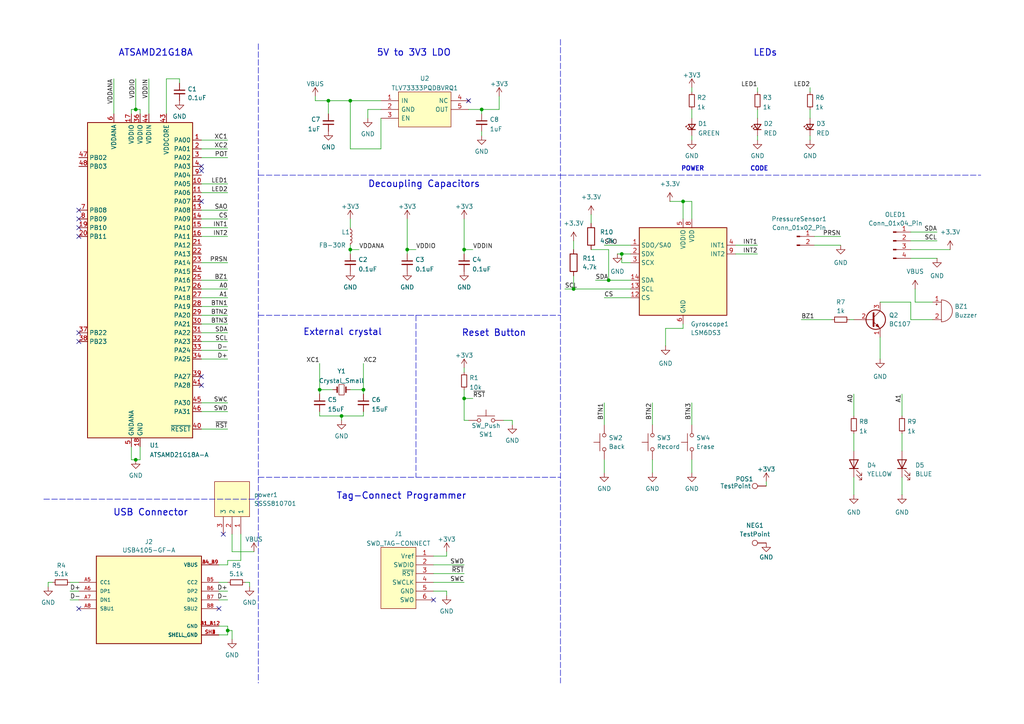
<source format=kicad_sch>
(kicad_sch (version 20231120) (generator "eeschema") (generator_version "8.0")
  (paper "A4")
  (title_block (title "Knit Counter") (date "May 2024"))
  (lib_symbols
    (symbol "Connector:Conn_01x02_Pin" (pin_names (offset 1.016) hide)
      (property "Reference" "J" (at 0 2.54 0))
      (property "Value" "Conn_01x02_Pin" (at 0 -5.08 0))
      (symbol "Conn_01x02_Pin_1_1"
        (pin passive line (at 5.08 0 180) (length 3.81) (name "Pin_1") (number "1"))
        (pin passive line (at 5.08 -2.54 180) (length 3.81) (name "Pin_2") (number "2"))
      )
    )
    (symbol "Connector:Conn_01x04_Pin" (pin_names (offset 1.016) hide)
      (property "Reference" "J" (at 0 5.08 0))
      (property "Value" "Conn_01x04_Pin" (at 0 -7.62 0))
      (symbol "Conn_01x04_Pin_1_1"
        (pin passive line (at 5.08 2.54 180) (length 3.81) (name "Pin_1") (number "1"))
        (pin passive line (at 5.08 0 180) (length 3.81) (name "Pin_2") (number "2"))
        (pin passive line (at 5.08 -2.54 180) (length 3.81) (name "Pin_3") (number "3"))
        (pin passive line (at 5.08 -5.08 180) (length 3.81) (name "Pin_4") (number "4"))
      )
    )
    (symbol "Connector:TestPoint" (pin_numbers hide) (pin_names (offset 0.762) hide)
      (property "Reference" "TP" (at 0 6.858 0))
      (property "Value" "TestPoint" (at 0 5.08 0))
      (symbol "TestPoint_1_1"
        (pin passive line (at 0 0 90) (length 2.54) (name "1") (number "1"))
      )
    )
    (symbol "Device:Buzzer" (pin_names (offset 0.0254) hide)
      (property "Reference" "BZ" (at 3.81 1.27 0))
      (property "Value" "Buzzer" (at 3.81 -1.27 0))
      (symbol "Buzzer_1_1"
        (pin passive line (at -2.54 2.54 0) (length 2.54) (name "+") (number "1"))
        (pin passive line (at -2.54 -2.54 0) (length 2.54) (name "-") (number "2"))
      )
    )
    (symbol "Device:C_Small" (pin_numbers hide) (pin_names (offset 0.254) hide)
      (property "Reference" "C" (at 0.254 1.778 0))
      (property "Value" "C_Small" (at 0.254 -2.032 0))
      (symbol "C_Small_1_1"
        (pin passive line (at 0 2.54 270) (length 2.032) (name "~") (number "1"))
        (pin passive line (at 0 -2.54 90) (length 2.032) (name "~") (number "2"))
      )
    )
    (symbol "Device:Crystal_Small" (pin_numbers hide) (pin_names (offset 1.016) hide)
      (property "Reference" "Y" (at 0 2.54 0))
      (property "Value" "Crystal_Small" (at 0 -2.54 0))
      (symbol "Crystal_Small_1_1"
        (pin passive line (at -2.54 0 0) (length 1.27) (name "1") (number "1"))
        (pin passive line (at 2.54 0 180) (length 1.27) (name "2") (number "2"))
      )
    )
    (symbol "Device:LED" (pin_numbers hide) (pin_names (offset 1.016) hide)
      (property "Reference" "D" (at 0 2.54 0))
      (property "Value" "LED" (at 0 -2.54 0))
      (symbol "LED_1_1"
        (pin passive line (at -3.81 0 0) (length 2.54) (name "K") (number "1"))
        (pin passive line (at 3.81 0 180) (length 2.54) (name "A") (number "2"))
      )
    )
    (symbol "Device:LED_Small" (pin_numbers hide) (pin_names (offset 0.254) hide)
      (property "Reference" "D" (at -1.27 3.175 0))
      (property "Value" "LED_Small" (at -4.445 -2.54 0))
      (symbol "LED_Small_1_1"
        (pin passive line (at -2.54 0 0) (length 1.778) (name "K") (number "1"))
        (pin passive line (at 2.54 0 180) (length 1.778) (name "A") (number "2"))
      )
    )
    (symbol "Device:L_Small" (pin_numbers hide) (pin_names (offset 0.254) hide)
      (property "Reference" "L" (at 0.762 1.016 0))
      (property "Value" "L_Small" (at 0.762 -1.016 0))
      (symbol "L_Small_1_1"
        (pin passive line (at 0 2.54 270) (length 0.508) (name "~") (number "1"))
        (pin passive line (at 0 -2.54 90) (length 0.508) (name "~") (number "2"))
      )
    )
    (symbol "Device:R" (pin_numbers hide) (pin_names (offset 0))
      (property "Reference" "R" (at 2.032 0 90))
      (property "Value" "R" (at 0 0 90))
      (symbol "R_1_1"
        (pin passive line (at 0 3.81 270) (length 1.27) (name "~") (number "1"))
        (pin passive line (at 0 -3.81 90) (length 1.27) (name "~") (number "2"))
      )
    )
    (symbol "Device:R_Small" (pin_numbers hide) (pin_names (offset 0.254) hide)
      (property "Reference" "R" (at 0.762 0.508 0))
      (property "Value" "R_Small" (at 0.762 -1.016 0))
      (symbol "R_Small_1_1"
        (pin passive line (at 0 2.54 270) (length 0.762) (name "~") (number "1"))
        (pin passive line (at 0 -2.54 90) (length 0.762) (name "~") (number "2"))
      )
    )
    (symbol "GND_1" (power) (pin_numbers hide) (pin_names (offset 0) hide)
      (property "Value" "GND" (at 0 -3.81 0))
      (symbol "GND_1_1_1"
        (pin power_in line (at 0 0 270) (length 0) (name "~") (number "1"))
      )
    )
    (symbol "GND_2" (power) (pin_numbers hide) (pin_names (offset 0) hide)
      (property "Value" "GND" (at 0 -3.81 0))
      (symbol "GND_2_1_1"
        (pin power_in line (at 0 0 270) (length 0) (name "~") (number "1"))
      )
    )
    (symbol "GND_3" (power) (pin_numbers hide) (pin_names (offset 0) hide)
      (property "Value" "GND" (at 0 -3.81 0))
      (symbol "GND_3_1_1"
        (pin power_in line (at 0 0 270) (length 0) (name "~") (number "1"))
      )
    )
    (symbol "MCU_Microchip_SAMD:ATSAMD21G18A-A"
      (property "Reference" "U" (at -13.97 46.99 0))
      (property "Value" "ATSAMD21G18A-A" (at 16.51 46.99 0))
      (symbol "ATSAMD21G18A-A_1_1"
        (pin bidirectional line (at -17.78 40.64 0) (length 2.54) (name "PA00") (number "1"))
        (pin bidirectional line (at -17.78 27.94 0) (length 2.54) (name "PA05") (number "10"))
        (pin bidirectional line (at -17.78 25.4 0) (length 2.54) (name "PA06") (number "11"))
        (pin bidirectional line (at -17.78 22.86 0) (length 2.54) (name "PA07") (number "12"))
        (pin bidirectional line (at -17.78 20.32 0) (length 2.54) (name "PA08") (number "13"))
        (pin bidirectional line (at -17.78 17.78 0) (length 2.54) (name "PA09") (number "14"))
        (pin bidirectional line (at -17.78 15.24 0) (length 2.54) (name "PA10") (number "15"))
        (pin bidirectional line (at -17.78 12.7 0) (length 2.54) (name "PA11") (number "16"))
        (pin power_in line (at 2.54 48.26 270) (length 2.54) (name "VDDIO") (number "17"))
        (pin power_in line (at 0 -48.26 90) (length 2.54) (name "GND") (number "18"))
        (pin bidirectional line (at 17.78 15.24 180) (length 2.54) (name "PB10") (number "19"))
        (pin bidirectional line (at -17.78 38.1 0) (length 2.54) (name "PA01") (number "2"))
        (pin bidirectional line (at 17.78 12.7 180) (length 2.54) (name "PB11") (number "20"))
        (pin bidirectional line (at -17.78 10.16 0) (length 2.54) (name "PA12") (number "21"))
        (pin bidirectional line (at -17.78 7.62 0) (length 2.54) (name "PA13") (number "22"))
        (pin bidirectional line (at -17.78 5.08 0) (length 2.54) (name "PA14") (number "23"))
        (pin bidirectional line (at -17.78 2.54 0) (length 2.54) (name "PA15") (number "24"))
        (pin bidirectional line (at -17.78 0 0) (length 2.54) (name "PA16") (number "25"))
        (pin bidirectional line (at -17.78 -2.54 0) (length 2.54) (name "PA17") (number "26"))
        (pin bidirectional line (at -17.78 -5.08 0) (length 2.54) (name "PA18") (number "27"))
        (pin bidirectional line (at -17.78 -7.62 0) (length 2.54) (name "PA19") (number "28"))
        (pin bidirectional line (at -17.78 -10.16 0) (length 2.54) (name "PA20") (number "29"))
        (pin bidirectional line (at -17.78 35.56 0) (length 2.54) (name "PA02") (number "3"))
        (pin bidirectional line (at -17.78 -12.7 0) (length 2.54) (name "PA21") (number "30"))
        (pin bidirectional line (at -17.78 -15.24 0) (length 2.54) (name "PA22") (number "31"))
        (pin bidirectional line (at -17.78 -17.78 0) (length 2.54) (name "PA23") (number "32"))
        (pin bidirectional line (at -17.78 -20.32 0) (length 2.54) (name "PA24") (number "33"))
        (pin bidirectional line (at -17.78 -22.86 0) (length 2.54) (name "PA25") (number "34"))
        (pin passive line (at 0 -48.26 90) (length 2.54) hide (name "GND") (number "35"))
        (pin power_in line (at 0 48.26 270) (length 2.54) (name "VDDIO") (number "36"))
        (pin bidirectional line (at 17.78 -15.24 180) (length 2.54) (name "PB22") (number "37"))
        (pin bidirectional line (at 17.78 -17.78 180) (length 2.54) (name "PB23") (number "38"))
        (pin bidirectional line (at -17.78 -27.94 0) (length 2.54) (name "PA27") (number "39"))
        (pin bidirectional line (at -17.78 33.02 0) (length 2.54) (name "PA03") (number "4"))
        (pin input line (at -17.78 -43.18 0) (length 2.54) (name "~{RESET}") (number "40"))
        (pin bidirectional line (at -17.78 -30.48 0) (length 2.54) (name "PA28") (number "41"))
        (pin passive line (at 0 -48.26 90) (length 2.54) hide (name "GND") (number "42"))
        (pin power_out line (at -7.62 48.26 270) (length 2.54) (name "VDDCORE") (number "43"))
        (pin power_in line (at -2.54 48.26 270) (length 2.54) (name "VDDIN") (number "44"))
        (pin bidirectional line (at -17.78 -35.56 0) (length 2.54) (name "PA30") (number "45"))
        (pin bidirectional line (at -17.78 -38.1 0) (length 2.54) (name "PA31") (number "46"))
        (pin bidirectional line (at 17.78 35.56 180) (length 2.54) (name "PB02") (number "47"))
        (pin bidirectional line (at 17.78 33.02 180) (length 2.54) (name "PB03") (number "48"))
        (pin power_in line (at 2.54 -48.26 90) (length 2.54) (name "GNDANA") (number "5"))
        (pin power_in line (at 7.62 48.26 270) (length 2.54) (name "VDDANA") (number "6"))
        (pin bidirectional line (at 17.78 20.32 180) (length 2.54) (name "PB08") (number "7"))
        (pin bidirectional line (at 17.78 17.78 180) (length 2.54) (name "PB09") (number "8"))
        (pin bidirectional line (at -17.78 30.48 0) (length 2.54) (name "PA04") (number "9"))
      )
    )
    (symbol "Sensor_Motion:LSM6DS3"
      (property "Reference" "U" (at -11.43 15.24 0))
      (property "Value" "LSM6DS3" (at -11.43 12.7 0))
      (symbol "LSM6DS3_1_1"
        (pin bidirectional line (at -15.24 7.62 0) (length 2.54) (name "SDO/SA0") (number "1"))
        (pin no_connect line (at 12.7 -5.08 180) (length 3.81) hide (name "NC") (number "10"))
        (pin no_connect line (at 12.7 -2.54 180) (length 3.81) hide (name "NC") (number "11"))
        (pin input line (at -15.24 -7.62 0) (length 2.54) (name "CS") (number "12"))
        (pin input line (at -15.24 -5.08 0) (length 2.54) (name "SCL") (number "13"))
        (pin bidirectional line (at -15.24 -2.54 0) (length 2.54) (name "SDA") (number "14"))
        (pin bidirectional line (at -15.24 5.08 0) (length 2.54) (name "SDX") (number "2"))
        (pin input line (at -15.24 2.54 0) (length 2.54) (name "SCX") (number "3"))
        (pin output line (at 15.24 7.62 180) (length 2.54) (name "INT1") (number "4"))
        (pin power_in line (at 0 15.24 270) (length 2.54) (name "VDDIO") (number "5"))
        (pin power_in line (at 0 -15.24 90) (length 2.54) (name "GND") (number "6"))
        (pin passive line (at 0 -15.24 90) (length 2.54) hide (name "GND") (number "7"))
        (pin power_in line (at 2.54 15.24 270) (length 2.54) (name "VDD") (number "8"))
        (pin output line (at 15.24 5.08 180) (length 2.54) (name "INT2") (number "9"))
      )
    )
    (symbol "Switch:SW_Push" (pin_numbers hide) (pin_names (offset 1.016) hide)
      (property "Reference" "SW" (at 1.27 2.54 0))
      (property "Value" "SW_Push" (at 0 -1.524 0))
      (symbol "SW_Push_0_1"
        (pin passive line (at -5.08 0 0) (length 2.54) (name "1") (number "1"))
        (pin passive line (at 5.08 0 180) (length 2.54) (name "2") (number "2"))
      )
    )
    (symbol "Transistor_BJT:BC107" (pin_names (offset 0) hide)
      (property "Reference" "Q" (at 5.08 1.905 0))
      (property "Value" "BC107" (at 5.08 0 0))
      (symbol "BC107_1_1"
        (pin passive line (at 2.54 -5.08 90) (length 2.54) (name "E") (number "1"))
        (pin input line (at -5.08 0 0) (length 5.715) (name "B") (number "2"))
        (pin passive line (at 2.54 5.08 270) (length 2.54) (name "C") (number "3"))
      )
    )
    (symbol "hcipcb23:SWD_TAG-CONNECT"
      (property "Reference" "J" (at 0 10.16 0))
      (property "Value" "SWD_TAG-CONNECT" (at 1.27 12.7 0))
      (symbol "SWD_TAG-CONNECT_0_0"
        (pin passive line (at 10.16 6.35 180) (length 5.08) (name "Vref") (number "1"))
        (pin passive line (at 10.16 3.81 180) (length 5.08) (name "SWDIO") (number "2"))
        (pin passive line (at 10.16 1.27 180) (length 5.08) (name "~{RST}") (number "3"))
        (pin passive line (at 10.16 -1.27 180) (length 5.08) (name "SWCLK") (number "4"))
        (pin passive line (at 10.16 -3.81 180) (length 5.08) (name "GND") (number "5"))
        (pin passive line (at 10.16 -6.35 180) (length 5.08) (name "SWO") (number "6"))
      )
    )
    (symbol "hcipcb23:TLV73333PQDBVRQ1" (pin_names (offset 0.762))
      (property "Reference" "U" (at 21.59 7.62 0))
      (property "Value" "TLV73333PQDBVRQ1" (at 21.59 5.08 0))
      (symbol "TLV73333PQDBVRQ1_0_0"
        (pin passive line (at 0 0 0) (length 5.08) (name "IN") (number "1"))
        (pin passive line (at 0 -2.54 0) (length 5.08) (name "GND") (number "2"))
        (pin passive line (at 0 -5.08 0) (length 5.08) (name "EN") (number "3"))
        (pin no_connect line (at 25.4 0 180) (length 5.08) (name "NC") (number "4"))
        (pin passive line (at 25.4 -2.54 180) (length 5.08) (name "OUT") (number "5"))
      )
    )
    (symbol "hcipcb:SSSS810701" (pin_names (offset 0.762))
      (property "Reference" "J" (at 16.51 7.62 0))
      (property "Value" "SSSS810701" (at 16.51 5.08 0))
      (symbol "SSSS810701_0_0"
        (pin passive line (at 0 0 0) (length 5.08) (name "1") (number "1"))
        (pin passive line (at 0 -2.54 0) (length 5.08) (name "2") (number "2"))
        (pin passive line (at 0 -5.08 0) (length 5.08) (name "3") (number "3"))
      )
    )
    (symbol "hcipcb:USB4105-GF-A" (pin_names (offset 1.016))
      (property "Reference" "J" (at -15.24 13.97 0))
      (property "Value" "USB4105-GF-A" (at -15.24 -15.24 0))
      (symbol "USB4105-GF-A_0_0"
        (pin power_in line (at 20.32 -7.62 180) (length 5.08) (name "GND") (number "A1_B12"))
        (pin power_in line (at 20.32 10.16 180) (length 5.08) (name "VBUS") (number "A4_B9"))
        (pin bidirectional line (at -20.32 5.08 0) (length 5.08) (name "CC1") (number "A5"))
        (pin bidirectional line (at -20.32 2.54 0) (length 5.08) (name "DP1") (number "A6"))
        (pin bidirectional line (at -20.32 0 0) (length 5.08) (name "DN1") (number "A7"))
        (pin bidirectional line (at -20.32 -2.54 0) (length 5.08) (name "SBU1") (number "A8"))
        (pin power_in line (at 20.32 -7.62 180) (length 5.08) (name "GND") (number "B1_A12"))
        (pin power_in line (at 20.32 10.16 180) (length 5.08) (name "VBUS") (number "B4_A9"))
        (pin bidirectional line (at 20.32 5.08 180) (length 5.08) (name "CC2") (number "B5"))
        (pin bidirectional line (at 20.32 2.54 180) (length 5.08) (name "DP2") (number "B6"))
        (pin bidirectional line (at 20.32 0 180) (length 5.08) (name "DN2") (number "B7"))
        (pin bidirectional line (at 20.32 -2.54 180) (length 5.08) (name "SBU2") (number "B8"))
        (pin power_in line (at 20.32 -10.16 180) (length 5.08) (name "SHELL_GND") (number "SH1"))
        (pin power_in line (at 20.32 -10.16 180) (length 5.08) (name "SHELL_GND") (number "SH2"))
        (pin power_in line (at 20.32 -10.16 180) (length 5.08) (name "SHELL_GND") (number "SH3"))
        (pin power_in line (at 20.32 -10.16 180) (length 5.08) (name "SHELL_GND") (number "SH4"))
      )
    )
    (symbol "power:+3.3V" (power) (pin_numbers hide) (pin_names (offset 0) hide)
      (property "Value" "+3.3V" (at 0 3.556 0))
      (symbol "+3.3V_1_1"
        (pin power_in line (at 0 0 90) (length 0) (name "~") (number "1"))
      )
    )
    (symbol "power:+3V3" (power) (pin_names (offset 0))
      (property "Value" "+3V3" (at 0 3.556 0))
      (symbol "+3V3_1_1"
        (pin power_in line (at 0 0 90) (length 0) hide (name "+3V3") (number "1"))
      )
    )
    (symbol "power:GND" (power) (pin_names (offset 0))
      (property "Value" "GND" (at 0 -3.81 0))
      (symbol "GND_1_1"
        (pin power_in line (at 0 0 270) (length 0) hide (name "GND") (number "1"))
      )
    )
    (symbol "power:VBUS" (power) (pin_names (offset 0))
      (property "Value" "VBUS" (at 0 3.81 0))
      (symbol "VBUS_1_1"
        (pin power_in line (at 0 0 90) (length 0) hide (name "VBUS") (number "1"))
      )
    )
    (symbol "power:VCC" (power) (pin_numbers hide) (pin_names (offset 0) hide)
      (property "Value" "VCC" (at 0 3.556 0))
      (symbol "VCC_1_1"
        (pin power_in line (at 0 0 90) (length 0) (name "~") (number "1"))
      )
    )
  )
  (junction (at 39.37 31.75))
  (junction (at 99.06 120.65))
  (junction (at 101.6 72.39))
  (junction (at 176.53 81.28))
  (junction (at 166.37 83.82))
  (junction (at 66.04 182.88))
  (junction (at 180.34 73.66))
  (junction (at 92.71 113.03))
  (junction (at 95.25 29.21))
  (junction (at 101.6 29.21))
  (junction (at 134.62 72.39))
  (junction (at 198.12 58.42))
  (junction (at 134.62 115.57))
  (junction (at 118.11 72.39))
  (junction (at 39.37 133.35))
  (junction (at 139.7 31.75))
  (junction (at 105.41 113.03))
  (no_connect (at 58.42 58.42))
  (no_connect (at 22.86 60.96))
  (no_connect (at 22.86 63.5))
  (no_connect (at 58.42 109.22))
  (no_connect (at 63.5 176.53))
  (no_connect (at 125.73 173.99))
  (no_connect (at 58.42 48.26))
  (no_connect (at 58.42 49.53))
  (no_connect (at 22.86 68.58))
  (no_connect (at 22.86 66.04))
  (no_connect (at 135.89 29.21))
  (no_connect (at 22.86 96.52))
  (no_connect (at 22.86 99.06))
  (no_connect (at 64.77 154.94))
  (no_connect (at 22.86 176.53))
  (no_connect (at 58.42 111.76))
  (wire (pts (xy 163.83 83.82) (xy 166.37 83.82)))
  (wire (pts (xy 182.88 76.2) (xy 180.34 76.2)))
  (wire (pts (xy 176.53 81.28) (xy 182.88 81.28)))
  (wire (pts (xy 175.26 116.84) (xy 175.26 123.19)))
  (wire (pts (xy 264.16 67.31) (xy 271.78 67.31)))
  (wire (pts (xy 232.41 92.71) (xy 241.3 92.71)))
  (wire (pts (xy 48.26 22.86) (xy 48.26 33.02)))
  (wire (pts (xy 58.42 66.04) (xy 66.04 66.04)))
  (wire (pts (xy 200.66 63.5) (xy 200.66 58.42)))
  (wire (pts (xy 200.66 39.37) (xy 200.66 40.64)))
  (wire (pts (xy 40.64 31.75) (xy 39.37 31.75)))
  (polyline (pts (xy 74.93 91.44) (xy 162.56 91.44)) (stroke (width 0) (type dash)))
  (wire (pts (xy 200.66 116.84) (xy 200.66 123.19)))
  (polyline (pts (xy 120.65 91.44) (xy 120.65 138.43)) (stroke (width 0) (type dash)))
  (wire (pts (xy 134.62 113.03) (xy 134.62 115.57)))
  (wire (pts (xy 91.44 29.21) (xy 95.25 29.21)))
  (wire (pts (xy 67.31 160.02) (xy 73.66 160.02)))
  (wire (pts (xy 125.73 166.37) (xy 134.62 166.37)))
  (wire (pts (xy 106.68 31.75) (xy 110.49 31.75)))
  (wire (pts (xy 198.12 58.42) (xy 200.66 58.42)))
  (wire (pts (xy 166.37 69.85) (xy 166.37 72.39)))
  (wire (pts (xy 95.25 29.21) (xy 95.25 33.02)))
  (wire (pts (xy 99.06 120.65) (xy 92.71 120.65)))
  (wire (pts (xy 58.42 116.84) (xy 66.04 116.84)))
  (wire (pts (xy 265.43 83.82) (xy 265.43 87.63)))
  (wire (pts (xy 48.26 22.86) (xy 52.07 22.86)))
  (wire (pts (xy 91.44 27.94) (xy 91.44 29.21)))
  (wire (pts (xy 264.16 69.85) (xy 271.78 69.85)))
  (wire (pts (xy 38.1 31.75) (xy 39.37 31.75)))
  (polyline (pts (xy 162.56 50.8) (xy 284.48 50.8)) (stroke (width 0) (type dash)))
  (wire (pts (xy 264.16 92.71) (xy 264.16 87.63)))
  (wire (pts (xy 58.42 93.98) (xy 66.04 93.98)))
  (wire (pts (xy 58.42 86.36) (xy 66.04 86.36)))
  (wire (pts (xy 200.66 133.35) (xy 200.66 137.16)))
  (wire (pts (xy 213.36 73.66) (xy 219.71 73.66)))
  (polyline (pts (xy 12.7 144.78) (xy 74.93 144.78)) (stroke (width 0) (type dash)))
  (wire (pts (xy 69.85 162.56) (xy 69.85 154.94)))
  (wire (pts (xy 139.7 31.75) (xy 144.78 31.75)))
  (wire (pts (xy 134.62 115.57) (xy 137.16 115.57)))
  (wire (pts (xy 176.53 72.39) (xy 176.53 81.28)))
  (wire (pts (xy 101.6 72.39) (xy 101.6 73.66)))
  (wire (pts (xy 182.88 73.66) (xy 180.34 73.66)))
  (wire (pts (xy 101.6 29.21) (xy 101.6 43.18)))
  (wire (pts (xy 101.6 63.5) (xy 101.6 66.04)))
  (wire (pts (xy 22.86 168.91) (xy 20.32 168.91)))
  (wire (pts (xy 92.71 120.65) (xy 92.71 119.38)))
  (wire (pts (xy 58.42 60.96) (xy 66.04 60.96)))
  (wire (pts (xy 101.6 113.03) (xy 105.41 113.03)))
  (wire (pts (xy 101.6 71.12) (xy 101.6 72.39)))
  (wire (pts (xy 67.31 154.94) (xy 67.31 160.02)))
  (wire (pts (xy 58.42 83.82) (xy 66.04 83.82)))
  (wire (pts (xy 148.59 121.92) (xy 148.59 123.19)))
  (wire (pts (xy 139.7 38.1) (xy 139.7 39.37)))
  (wire (pts (xy 134.62 121.92) (xy 135.89 121.92)))
  (wire (pts (xy 264.16 74.93) (xy 271.78 74.93)))
  (wire (pts (xy 189.23 133.35) (xy 189.23 137.16)))
  (wire (pts (xy 189.23 116.84) (xy 189.23 123.19)))
  (wire (pts (xy 40.64 133.35) (xy 40.64 129.54)))
  (wire (pts (xy 236.22 68.58) (xy 243.84 68.58)))
  (wire (pts (xy 58.42 68.58) (xy 66.04 68.58)))
  (wire (pts (xy 172.72 81.28) (xy 176.53 81.28)))
  (wire (pts (xy 58.42 119.38) (xy 66.04 119.38)))
  (polyline (pts (xy 74.93 138.43) (xy 162.56 138.43)) (stroke (width 0) (type dash)))
  (wire (pts (xy 58.42 96.52) (xy 66.04 96.52)))
  (wire (pts (xy 52.07 22.86) (xy 52.07 24.13)))
  (wire (pts (xy 38.1 129.54) (xy 38.1 133.35)))
  (wire (pts (xy 198.12 95.25) (xy 193.04 95.25)))
  (wire (pts (xy 146.05 121.92) (xy 148.59 121.92)))
  (wire (pts (xy 106.68 34.29) (xy 106.68 31.75)))
  (polyline (pts (xy 74.93 50.8) (xy 162.56 50.8)) (stroke (width 0) (type dash)))
  (wire (pts (xy 58.42 63.5) (xy 66.04 63.5)))
  (wire (pts (xy 39.37 133.35) (xy 40.64 133.35)))
  (wire (pts (xy 40.64 33.02) (xy 40.64 31.75)))
  (wire (pts (xy 22.86 173.99) (xy 20.32 173.99)))
  (wire (pts (xy 179.07 73.66) (xy 180.34 73.66)))
  (wire (pts (xy 58.42 88.9) (xy 66.04 88.9)))
  (wire (pts (xy 175.26 133.35) (xy 175.26 137.16)))
  (wire (pts (xy 58.42 45.72) (xy 66.04 45.72)))
  (wire (pts (xy 134.62 106.68) (xy 134.62 107.95)))
  (wire (pts (xy 198.12 63.5) (xy 198.12 58.42)))
  (wire (pts (xy 58.42 53.34) (xy 66.04 53.34)))
  (wire (pts (xy 58.42 76.2) (xy 66.04 76.2)))
  (wire (pts (xy 171.45 72.39) (xy 176.53 72.39)))
  (wire (pts (xy 13.97 170.18) (xy 13.97 168.91)))
  (wire (pts (xy 264.16 87.63) (xy 255.27 87.63)))
  (wire (pts (xy 13.97 168.91) (xy 15.24 168.91)))
  (wire (pts (xy 105.41 119.38) (xy 105.41 120.65)))
  (wire (pts (xy 222.25 139.7) (xy 222.25 140.97)))
  (wire (pts (xy 129.54 160.02) (xy 129.54 161.29)))
  (wire (pts (xy 105.41 113.03) (xy 105.41 114.3)))
  (wire (pts (xy 134.62 115.57) (xy 134.62 121.92)))
  (wire (pts (xy 166.37 83.82) (xy 182.88 83.82)))
  (wire (pts (xy 66.04 182.88) (xy 67.31 182.88)))
  (wire (pts (xy 101.6 72.39) (xy 104.14 72.39)))
  (wire (pts (xy 58.42 81.28) (xy 66.04 81.28)))
  (wire (pts (xy 125.73 171.45) (xy 129.54 171.45)))
  (wire (pts (xy 58.42 124.46) (xy 66.04 124.46)))
  (wire (pts (xy 58.42 99.06) (xy 66.04 99.06)))
  (wire (pts (xy 58.42 43.18) (xy 66.04 43.18)))
  (wire (pts (xy 58.42 91.44) (xy 66.04 91.44)))
  (wire (pts (xy 171.45 62.23) (xy 171.45 64.77)))
  (wire (pts (xy 125.73 168.91) (xy 134.62 168.91)))
  (wire (pts (xy 63.5 181.61) (xy 66.04 181.61)))
  (wire (pts (xy 66.04 162.56) (xy 66.04 163.83)))
  (wire (pts (xy 118.11 72.39) (xy 120.65 72.39)))
  (wire (pts (xy 236.22 71.12) (xy 243.84 71.12)))
  (wire (pts (xy 63.5 173.99) (xy 66.04 173.99)))
  (wire (pts (xy 193.04 95.25) (xy 193.04 100.33)))
  (wire (pts (xy 125.73 161.29) (xy 129.54 161.29)))
  (wire (pts (xy 33.02 22.86) (xy 33.02 33.02)))
  (wire (pts (xy 22.86 171.45) (xy 20.32 171.45)))
  (wire (pts (xy 198.12 58.42) (xy 194.31 58.42)))
  (wire (pts (xy 63.5 171.45) (xy 66.04 171.45)))
  (wire (pts (xy 134.62 63.5) (xy 134.62 72.39)))
  (wire (pts (xy 92.71 114.3) (xy 92.71 113.03)))
  (wire (pts (xy 99.06 121.92) (xy 99.06 120.65)))
  (polyline (pts (xy 74.93 12.7) (xy 74.93 198.12)) (stroke (width 0) (type dash)))
  (wire (pts (xy 118.11 63.5) (xy 118.11 72.39)))
  (wire (pts (xy 38.1 33.02) (xy 38.1 31.75)))
  (wire (pts (xy 166.37 80.01) (xy 166.37 83.82)))
  (wire (pts (xy 175.26 86.36) (xy 182.88 86.36)))
  (wire (pts (xy 110.49 34.29) (xy 110.49 43.18)))
  (wire (pts (xy 213.36 71.12) (xy 219.71 71.12)))
  (wire (pts (xy 63.5 168.91) (xy 66.04 168.91)))
  (wire (pts (xy 101.6 43.18) (xy 110.49 43.18)))
  (wire (pts (xy 39.37 22.86) (xy 39.37 31.75)))
  (wire (pts (xy 66.04 162.56) (xy 69.85 162.56)))
  (wire (pts (xy 261.62 138.43) (xy 261.62 143.51)))
  (wire (pts (xy 180.34 76.2) (xy 180.34 73.66)))
  (wire (pts (xy 125.73 163.83) (xy 134.62 163.83)))
  (wire (pts (xy 139.7 31.75) (xy 139.7 33.02)))
  (wire (pts (xy 66.04 184.15) (xy 66.04 182.88)))
  (wire (pts (xy 43.18 22.86) (xy 43.18 33.02)))
  (wire (pts (xy 261.62 125.73) (xy 261.62 130.81)))
  (wire (pts (xy 175.26 71.12) (xy 182.88 71.12)))
  (wire (pts (xy 247.65 92.71) (xy 246.38 92.71)))
  (wire (pts (xy 38.1 133.35) (xy 39.37 133.35)))
  (wire (pts (xy 92.71 113.03) (xy 96.52 113.03)))
  (wire (pts (xy 261.62 114.3) (xy 261.62 120.65)))
  (wire (pts (xy 66.04 181.61) (xy 66.04 182.88)))
  (wire (pts (xy 264.16 92.71) (xy 270.51 92.71)))
  (wire (pts (xy 101.6 29.21) (xy 110.49 29.21)))
  (wire (pts (xy 264.16 72.39) (xy 275.59 72.39)))
  (wire (pts (xy 255.27 97.79) (xy 255.27 104.14)))
  (wire (pts (xy 219.71 39.37) (xy 219.71 40.64)))
  (wire (pts (xy 58.42 101.6) (xy 66.04 101.6)))
  (wire (pts (xy 58.42 104.14) (xy 66.04 104.14)))
  (wire (pts (xy 234.95 39.37) (xy 234.95 40.64)))
  (wire (pts (xy 95.25 29.21) (xy 101.6 29.21)))
  (wire (pts (xy 265.43 87.63) (xy 270.51 87.63)))
  (wire (pts (xy 200.66 25.4) (xy 200.66 26.67)))
  (wire (pts (xy 144.78 27.94) (xy 144.78 31.75)))
  (wire (pts (xy 247.65 125.73) (xy 247.65 130.81)))
  (wire (pts (xy 129.54 171.45) (xy 129.54 172.72)))
  (wire (pts (xy 66.04 163.83) (xy 63.5 163.83)))
  (wire (pts (xy 200.66 31.75) (xy 200.66 34.29)))
  (wire (pts (xy 118.11 72.39) (xy 118.11 73.66)))
  (wire (pts (xy 67.31 182.88) (xy 67.31 185.42)))
  (wire (pts (xy 58.42 40.64) (xy 66.04 40.64)))
  (wire (pts (xy 234.95 25.4) (xy 234.95 26.67)))
  (wire (pts (xy 99.06 120.65) (xy 105.41 120.65)))
  (wire (pts (xy 134.62 72.39) (xy 137.16 72.39)))
  (wire (pts (xy 247.65 138.43) (xy 247.65 143.51)))
  (wire (pts (xy 198.12 93.98) (xy 198.12 95.25)))
  (wire (pts (xy 219.71 31.75) (xy 219.71 34.29)))
  (wire (pts (xy 219.71 25.4) (xy 219.71 26.67)))
  (wire (pts (xy 247.65 114.3) (xy 247.65 120.65)))
  (wire (pts (xy 58.42 55.88) (xy 66.04 55.88)))
  (wire (pts (xy 71.12 168.91) (xy 72.39 168.91)))
  (wire (pts (xy 72.39 168.91) (xy 72.39 170.18)))
  (wire (pts (xy 135.89 31.75) (xy 139.7 31.75)))
  (wire (pts (xy 92.71 105.41) (xy 92.71 113.03)))
  (polyline (pts (xy 162.56 11.43) (xy 162.56 198.12)) (stroke (width 0) (type dash)))
  (wire (pts (xy 63.5 184.15) (xy 66.04 184.15)))
  (wire (pts (xy 105.41 105.41) (xy 105.41 113.03)))
  (wire (pts (xy 134.62 72.39) (xy 134.62 73.66)))
  (wire (pts (xy 234.95 31.75) (xy 234.95 34.29)))
  (text "5V to 3V3 LDO" (at 109.22 16.51 0) (effects (font (size 1.905 1.905) (thickness 0.254) (bold yes)) (justify left bottom)))
  (text "External crystal" (at 87.884 97.536 0) (effects (font (size 1.905 1.905) (thickness 0.254) (bold yes)) (justify left bottom)))
  (text "Tag-Connect Programmer" (at 97.536 145.034 0) (effects (font (size 1.905 1.905) (thickness 0.254) (bold yes)) (justify left bottom)))
  (text "Decoupling Capacitors" (at 106.68 54.61 0) (effects (font (size 1.905 1.905) (thickness 0.254) (bold yes)) (justify left bottom)))
  (text "CODE" (at 220.218 49.022 0) (effects (font (size 1.27 1.27) (thickness 0.254) (bold yes))))
  (text "LEDs" (at 218.44 16.51 0) (effects (font (size 1.905 1.905) (thickness 0.254) (bold yes)) (justify left bottom)))
  (text "POWER" (at 200.914 49.022 0) (effects (font (size 1.27 1.27) (thickness 0.254) (bold yes))))
  (text "USB Connector" (at 32.766 149.86 0) (effects (font (size 1.905 1.905) (thickness 0.254) (bold yes)) (justify left bottom)))
  (text "ATSAMD21G18A" (at 34.29 16.51 0) (effects (font (size 1.905 1.905) (thickness 0.254) (bold yes)) (justify left bottom)))
  (text "Reset Button" (at 133.858 97.79 0) (effects (font (size 1.905 1.905) (thickness 0.254) (bold yes)) (justify left bottom)))
  (label "BTN2" (at 189.23 116.84 270))
  (label "D-" (at 20.32 173.99 0))
  (label "BTN2" (at 66.04 91.44 180) (effects (font (size 1.2446 1.2446))))
  (label "SCL" (at 66.04 99.06 180) (effects (font (size 1.2446 1.2446))))
  (label "VDDIO" (at 39.37 22.86 270))
  (label "VDDIO" (at 120.65 72.39 0))
  (label "SDA" (at 172.72 81.28 0) (effects (font (size 1.2446 1.2446))))
  (label "BZ1" (at 236.22 92.71 180) (effects (font (size 1.2446 1.2446))))
  (label "A0" (at 66.04 83.82 180) (effects (font (size 1.2446 1.2446))))
  (label "SAO" (at 66.04 60.96 180))
  (label "LED1" (at 66.04 53.34 180) (effects (font (size 1.2446 1.2446))))
  (label "SCL" (at 163.83 83.82 0) (effects (font (size 1.2446 1.2446))))
  (label "INT1" (at 219.71 71.12 180) (effects (font (size 1.2446 1.2446))))
  (label "A0" (at 247.65 114.3 270))
  (label "PRSN" (at 66.04 76.2 180) (effects (font (size 1.2446 1.2446))))
  (label "VDDANA" (at 104.14 72.39 0))
  (label "SWD" (at 66.04 119.38 180) (effects (font (size 1.2446 1.2446))))
  (label "SAO" (at 179.07 71.12 180) (effects (font (size 1.2446 1.2446))))
  (label "SWC" (at 66.04 116.84 180) (effects (font (size 1.2446 1.2446))))
  (label "BTN3" (at 66.04 93.98 180) (effects (font (size 1.2446 1.2446))))
  (label "BZ1" (at 66.04 81.28 180) (effects (font (size 1.2446 1.2446))))
  (label "A1" (at 261.62 114.3 270))
  (label "D+" (at 66.04 104.14 180) (effects (font (size 1.2446 1.2446))))
  (label "POT" (at 66.04 45.72 180))
  (label "XC2" (at 66.04 43.18 180))
  (label "SDA" (at 66.04 96.52 180) (effects (font (size 1.2446 1.2446))))
  (label "XC1" (at 92.71 105.41 180))
  (label "~{RST}" (at 137.16 115.57 0))
  (label "D+" (at 20.32 171.45 0))
  (label "SWD" (at 134.62 163.83 180) (effects (font (size 1.2446 1.2446))))
  (label "VDDIN" (at 137.16 72.39 0))
  (label "LED2" (at 66.04 55.88 180) (effects (font (size 1.2446 1.2446))))
  (label "INT2" (at 66.04 68.58 180) (effects (font (size 1.2446 1.2446))))
  (label "SWC" (at 134.62 168.91 180) (effects (font (size 1.2446 1.2446))))
  (label "~{RST}" (at 66.04 124.46 180))
  (label "D-" (at 66.04 173.99 180))
  (label "SDA" (at 271.78 67.31 180) (effects (font (size 1.2446 1.2446))))
  (label "VDDIN" (at 43.18 22.86 270))
  (label "XC2" (at 105.41 105.41 0))
  (label "INT1" (at 66.04 66.04 180) (effects (font (size 1.2446 1.2446))))
  (label "INT2" (at 219.71 73.66 180) (effects (font (size 1.2446 1.2446))))
  (label "A1" (at 66.04 86.36 180) (effects (font (size 1.2446 1.2446))))
  (label "CS" (at 66.04 63.5 180) (effects (font (size 1.2446 1.2446))))
  (label "LED1" (at 219.71 25.4 180) (effects (font (size 1.2446 1.2446))))
  (label "BTN3" (at 200.66 116.84 270))
  (label "D+" (at 66.04 171.45 180))
  (label "LED2" (at 234.95 25.4 180) (effects (font (size 1.2446 1.2446))))
  (label "BTN1" (at 66.04 88.9 180) (effects (font (size 1.2446 1.2446))))
  (label "BTN1" (at 175.26 116.84 270))
  (label "D-" (at 66.04 101.6 180) (effects (font (size 1.2446 1.2446))))
  (label "~{RST}" (at 134.62 166.37 180))
  (label "XC1" (at 66.04 40.64 180))
  (label "CS" (at 175.26 86.36 0) (effects (font (size 1.2446 1.2446))))
  (label "SCL" (at 271.78 69.85 180) (effects (font (size 1.2446 1.2446))))
  (label "VDDANA" (at 33.02 22.86 270))
  (label "PRSN" (at 243.84 68.58 180) (effects (font (size 1.2446 1.2446))))
  (symbol (lib_id "Device:LED_Small") (at 234.95 36.83 90) (unit 1)
    (property "Reference" "D3" (at 236.728 35.858 90) (effects (justify right)))
    (property "Value" "RED" (at 236.728 38.6331 90) (effects (justify right)))
    (property "Footprint" "LED_SMD:LED_0603_1608Metric_Pad1.05x0.95mm_HandSolder" (effects (hide yes)))
  )
  (symbol (lib_id "power:+3.3V") (at 166.37 69.85 0) (unit 1)
    (property "Reference" "#PWR012" (effects (hide yes)))
    (property "Value" "+3.3V" (at 166.37 64.77 0))
    (property "Description" "Power symbol creates a global label with name \"+3.3V\"" (effects (hide yes)))
  )
  (symbol (lib_id "Device:C_Small") (at 139.7 35.56 0) (unit 1)
    (property "Reference" "C8" (at 142.0241 34.6578 0) (effects (justify left)))
    (property "Value" "1uF" (at 142.0241 37.4329 0) (effects (justify left)))
    (property "Footprint" "Capacitor_SMD:C_0603_1608Metric_Pad1.08x0.95mm_HandSolder" (effects (hide yes)))
  )
  (symbol (lib_id "Switch:SW_Push") (at 175.26 128.27 90) (unit 1)
    (property "Reference" "SW2" (at 176.53 126.9999 90) (effects (justify right)))
    (property "Value" "Back" (at 176.53 129.5399 90) (effects (justify right)))
    (property "Footprint" "Button_Switch_SMD:SW_SPST_TL3305A" (effects (hide yes)))
  )
  (symbol (lib_name "GND_3") (lib_id "power:GND") (at 255.27 104.14 0) (unit 1)
    (property "Reference" "#PWR014" (effects (hide yes)))
    (property "Value" "GND" (at 255.27 109.22 0))
    (property "Description" "Power symbol creates a global label with name \"GND\" , ground" (effects (hide yes)))
  )
  (symbol (lib_id "power:GND") (at 52.07 29.21 0) (unit 1)
    (property "Reference" "#PWR0120" (effects (hide yes)))
    (property "Value" "GND" (at 52.07 33.7725 0))
  )
  (symbol (lib_id "Connector:TestPoint") (at 222.25 140.97 90) (unit 1)
    (property "Reference" "POS1" (at 215.9 138.938 90))
    (property "Value" "TestPoint" (at 213.36 140.97 90))
    (property "Footprint" "TestPoint:TestPoint_Pad_1.0x1.0mm" (effects (hide yes)))
    (property "Description" "test point" (effects (hide yes)))
  )
  (symbol (lib_id "power:GND") (at 139.7 39.37 0) (unit 1)
    (property "Reference" "#PWR0103" (effects (hide yes)))
    (property "Value" "GND" (at 139.7 43.9325 0))
  )
  (symbol (lib_id "Connector:Conn_01x02_Pin") (at 231.14 68.58 0) (unit 1)
    (property "Reference" "PressureSensor1" (at 231.775 63.5 0))
    (property "Value" "Conn_01x02_Pin" (at 231.775 66.04 0))
    (property "Footprint" "Connector_PinHeader_2.54mm:PinHeader_1x02_P2.54mm_Vertical" (effects (hide yes)))
    (property "Description" "Generic connector, single row, 01x02, script generated" (effects (hide yes)))
  )
  (symbol (lib_id "power:+3V3") (at 101.6 63.5 0) (unit 1)
    (property "Reference" "#PWR0109" (effects (hide yes)))
    (property "Value" "+3V3" (at 101.6 59.8955 0))
  )
  (symbol (lib_id "power:VBUS") (at 91.44 27.94 0) (unit 1)
    (property "Reference" "#PWR0102" (effects (hide yes)))
    (property "Value" "VBUS" (at 91.44 24.3355 0))
  )
  (symbol (lib_id "hcipcb:SSSS810701") (at 69.85 154.94 270) (mirror x) (unit 1)
    (property "Reference" "power1" (at 73.66 143.5099 90) (effects (justify left)))
    (property "Value" "SSSS810701" (at 73.66 146.0499 90) (effects (justify left)))
    (property "Footprint" "hcipcb:SSSS810701" (effects (hide yes)))
    (property "Datasheet" "https://www.mouser.com/datasheet/2/15/SSSS8-1370998.pdf" (effects (hide yes)))
    (property "Description" "Slide Switches Horiz 1 Pole 2 Pos 1.1 Knob 1.5 Travel" (effects (hide yes)))
    (property "Order link" "https://www.mouser.com/ProductDetail/Alps-Alpine/SSSS810701?qs=uROlC5LSwk1OL7pdbC2yLg%3D%3D" (effects (hide yes)))
  )
  (symbol (lib_id "Device:R_Small") (at 219.71 29.21 0) (unit 1)
    (property "Reference" "R3" (at 221.2086 28.3015 0) (effects (justify left)))
    (property "Value" "1k" (at 221.2086 31.0766 0) (effects (justify left)))
    (property "Footprint" "Resistor_SMD:R_0603_1608Metric_Pad0.98x0.95mm_HandSolder" (effects (hide yes)))
  )
  (symbol (lib_id "Device:C_Small") (at 118.11 76.2 0) (unit 1)
    (property "Reference" "C3" (at 120.4341 75.2978 0) (effects (justify left)))
    (property "Value" "0.1uF" (at 120.4341 78.0729 0) (effects (justify left)))
    (property "Footprint" "Capacitor_SMD:C_0603_1608Metric_Pad1.08x0.95mm_HandSolder" (effects (hide yes)))
  )
  (symbol (lib_id "power:GND") (at 99.06 121.92 0) (unit 1)
    (property "Reference" "#PWR0107" (effects (hide yes)))
    (property "Value" "GND" (at 99.06 126.4825 0))
  )
  (symbol (lib_name "GND_1") (lib_id "power:GND") (at 193.04 100.33 0) (unit 1)
    (property "Reference" "#PWR08" (effects (hide yes)))
    (property "Value" "GND" (at 193.04 105.41 0))
    (property "Description" "Power symbol creates a global label with name \"GND\" , ground" (effects (hide yes)))
  )
  (symbol (lib_id "power:GND") (at 200.66 40.64 0) (unit 1)
    (property "Reference" "#PWR0118" (effects (hide yes)))
    (property "Value" "GND" (at 200.66 45.2025 0))
  )
  (symbol (lib_id "power:GND") (at 200.66 137.16 0) (unit 1)
    (property "Reference" "#PWR020" (effects (hide yes)))
    (property "Value" "GND" (at 200.66 141.7225 0))
  )
  (symbol (lib_id "Device:R") (at 171.45 68.58 0) (unit 1)
    (property "Reference" "R10" (at 173.99 67.3099 0) (effects (justify left)))
    (property "Value" "4.7k" (at 173.99 69.8499 0) (effects (justify left)))
    (property "Footprint" "Resistor_SMD:R_0603_1608Metric_Pad0.98x0.95mm_HandSolder" (effects (hide yes)))
    (property "Description" "Resistor" (effects (hide yes)))
  )
  (symbol (lib_id "power:+3.3V") (at 275.59 72.39 0) (unit 1)
    (property "Reference" "#PWR010" (effects (hide yes)))
    (property "Value" "+3.3V" (at 275.59 67.31 0))
    (property "Description" "Power symbol creates a global label with name \"+3.3V\"" (effects (hide yes)))
  )
  (symbol (lib_name "GND_3") (lib_id "power:GND") (at 247.65 143.51 0) (unit 1)
    (property "Reference" "#PWR021" (effects (hide yes)))
    (property "Value" "GND" (at 247.65 148.59 0))
    (property "Description" "Power symbol creates a global label with name \"GND\" , ground" (effects (hide yes)))
  )
  (symbol (lib_id "power:GND") (at 148.59 123.19 0) (unit 1)
    (property "Reference" "#PWR0104" (effects (hide yes)))
    (property "Value" "GND" (at 148.59 127.7525 0))
  )
  (symbol (lib_id "Device:C_Small") (at 95.25 35.56 0) (mirror x) (unit 1)
    (property "Reference" "C7" (at 92.9259 34.6451 0) (effects (justify right)))
    (property "Value" "1uF" (at 92.9259 37.4202 0) (effects (justify right)))
    (property "Footprint" "Capacitor_SMD:C_0603_1608Metric_Pad1.08x0.95mm_HandSolder" (effects (hide yes)))
  )
  (symbol (lib_id "power:GND") (at 219.71 40.64 0) (unit 1)
    (property "Reference" "#PWR0119" (effects (hide yes)))
    (property "Value" "GND" (at 219.71 45.2025 0))
  )
  (symbol (lib_id "Device:LED_Small") (at 200.66 36.83 90) (unit 1)
    (property "Reference" "D1" (at 202.438 35.858 90) (effects (justify right)))
    (property "Value" "GREEN" (at 202.438 38.6331 90) (effects (justify right)))
    (property "Footprint" "LED_SMD:LED_0603_1608Metric_Pad1.05x0.95mm_HandSolder" (effects (hide yes)))
  )
  (symbol (lib_id "Device:C_Small") (at 101.6 76.2 0) (unit 1)
    (property "Reference" "C2" (at 103.9241 75.2978 0) (effects (justify left)))
    (property "Value" "0.1uF" (at 103.9241 78.0729 0) (effects (justify left)))
    (property "Footprint" "Capacitor_SMD:C_0603_1608Metric_Pad1.08x0.95mm_HandSolder" (effects (hide yes)))
  )
  (symbol (lib_id "power:+3V3") (at 200.66 25.4 0) (unit 1)
    (property "Reference" "#PWR0115" (effects (hide yes)))
    (property "Value" "+3V3" (at 200.66 21.7955 0))
  )
  (symbol (lib_id "Device:C_Small") (at 134.62 76.2 0) (unit 1)
    (property "Reference" "C4" (at 136.9441 75.2978 0) (effects (justify left)))
    (property "Value" "0.1uF" (at 136.9441 78.0729 0) (effects (justify left)))
    (property "Footprint" "Capacitor_SMD:C_0603_1608Metric_Pad1.08x0.95mm_HandSolder" (effects (hide yes)))
  )
  (symbol (lib_id "power:VCC") (at 265.43 83.82 0) (unit 1)
    (property "Reference" "#PWR011" (effects (hide yes)))
    (property "Value" "VBUS" (at 265.43 78.74 0))
    (property "Description" "Power symbol creates a global label with name \"VCC\"" (effects (hide yes)))
  )
  (symbol (lib_id "power:+3V3") (at 134.62 106.68 0) (unit 1)
    (property "Reference" "#PWR0113" (effects (hide yes)))
    (property "Value" "+3V3" (at 134.62 103.0755 0))
  )
  (symbol (lib_id "power:GND") (at 72.39 170.18 0) (unit 1)
    (property "Reference" "#PWR01" (effects (hide yes)))
    (property "Value" "GND" (at 72.39 174.7425 0))
  )
  (symbol (lib_id "Sensor_Motion:LSM6DS3") (at 198.12 78.74 0) (unit 1)
    (property "Reference" "Gyroscope1" (at 200.3141 93.98 0) (effects (justify left)))
    (property "Value" "LSM6DS3" (at 200.3141 96.52 0) (effects (justify left)))
    (property "Footprint" "Package_LGA:LGA-14_3x2.5mm_P0.5mm_LayoutBorder3x4y" (effects (hide yes)))
    (property "Datasheet" "https://www.st.com/resource/en/datasheet/lsm6ds3tr-c.pdf" (effects (hide yes)))
    (property "Description" "I2C/SPI, iNEMO inertial module: always-on 3D accelerometer and 3D gyroscope" (effects (hide yes)))
  )
  (symbol (lib_name "GND_3") (lib_id "power:GND") (at 243.84 71.12 0) (unit 1)
    (property "Reference" "#PWR05" (effects (hide yes)))
    (property "Value" "GND" (at 243.84 76.2 0))
    (property "Description" "Power symbol creates a global label with name \"GND\" , ground" (effects (hide yes)))
  )
  (symbol (lib_id "power:GND") (at 118.11 78.74 0) (unit 1)
    (property "Reference" "#PWR0110" (effects (hide yes)))
    (property "Value" "GND" (at 118.11 83.3025 0))
  )
  (symbol (lib_id "power:GND") (at 39.37 133.35 0) (unit 1)
    (property "Reference" "#PWR0105" (effects (hide yes)))
    (property "Value" "GND" (at 39.37 137.9125 0))
  )
  (symbol (lib_id "power:+3.3V") (at 171.45 62.23 0) (unit 1)
    (property "Reference" "#PWR013" (effects (hide yes)))
    (property "Value" "+3.3V" (at 171.45 57.15 0))
    (property "Description" "Power symbol creates a global label with name \"+3.3V\"" (effects (hide yes)))
  )
  (symbol (lib_name "GND_2") (lib_id "power:GND") (at 179.07 73.66 0) (unit 1)
    (property "Reference" "#PWR09" (effects (hide yes)))
    (property "Value" "GND" (at 179.07 78.74 0))
    (property "Description" "Power symbol creates a global label with name \"GND\" , ground" (effects (hide yes)))
  )
  (symbol (lib_id "power:GND") (at 134.62 78.74 0) (unit 1)
    (property "Reference" "#PWR0106" (effects (hide yes)))
    (property "Value" "GND" (at 134.62 83.3025 0))
  )
  (symbol (lib_id "power:GND") (at 189.23 137.16 0) (unit 1)
    (property "Reference" "#PWR018" (effects (hide yes)))
    (property "Value" "GND" (at 189.23 141.7225 0))
  )
  (symbol (lib_id "power:GND") (at 101.6 78.74 0) (unit 1)
    (property "Reference" "#PWR0111" (effects (hide yes)))
    (property "Value" "GND" (at 101.6 83.3025 0))
  )
  (symbol (lib_id "Device:R") (at 166.37 76.2 0) (unit 1)
    (property "Reference" "R11" (at 168.91 74.9299 0) (effects (justify left)))
    (property "Value" "4.7k" (at 168.91 77.4699 0) (effects (justify left)))
    (property "Footprint" "Resistor_SMD:R_0603_1608Metric_Pad0.98x0.95mm_HandSolder" (effects (hide yes)))
    (property "Description" "Resistor" (effects (hide yes)))
  )
  (symbol (lib_id "Device:C_Small") (at 105.41 116.84 0) (unit 1)
    (property "Reference" "C6" (at 107.7341 115.9378 0) (effects (justify left)))
    (property "Value" "15uF" (at 107.7341 118.7129 0) (effects (justify left)))
    (property "Footprint" "Capacitor_SMD:C_0603_1608Metric_Pad1.08x0.95mm_HandSolder" (effects (hide yes)))
  )
  (symbol (lib_id "power:GND") (at 67.31 185.42 0) (unit 1)
    (property "Reference" "#PWR03" (effects (hide yes)))
    (property "Value" "GND" (at 67.31 189.9825 0))
  )
  (symbol (lib_id "Device:C_Small") (at 52.07 26.67 0) (unit 1)
    (property "Reference" "C1" (at 54.3941 25.8416 0) (effects (justify left)))
    (property "Value" "0.1uF" (at 54.3941 28.3785 0) (effects (justify left)))
    (property "Footprint" "Capacitor_SMD:C_0603_1608Metric_Pad1.08x0.95mm_HandSolder" (effects (hide yes)))
  )
  (symbol (lib_name "GND_3") (lib_id "power:GND") (at 261.62 143.51 0) (unit 1)
    (property "Reference" "#PWR022" (effects (hide yes)))
    (property "Value" "GND" (at 261.62 148.59 0))
    (property "Description" "Power symbol creates a global label with name \"GND\" , ground" (effects (hide yes)))
  )
  (symbol (lib_id "Device:Buzzer") (at 273.05 90.17 0) (unit 1)
    (property "Reference" "BZ1" (at 276.86 88.8999 0) (effects (justify left)))
    (property "Value" "Buzzer" (at 276.86 91.4399 0) (effects (justify left)))
    (property "Footprint" "Buzzer_Beeper:Buzzer_Murata_PKMCS0909E" (effects (hide yes)))
    (property "Datasheet" "https://www.murata.com/en-us/api/pdfdownloadapi?cate=&partno=PKMCS0909E4000-R1" (effects (hide yes)))
    (property "Description" "Buzzer, polarized" (effects (hide yes)))
  )
  (symbol (lib_id "Switch:SW_Push") (at 140.97 121.92 0) (unit 1)
    (property "Reference" "SW1" (at 140.97 126.0008 0))
    (property "Value" "SW_Push" (at 140.97 123.4639 0))
    (property "Footprint" "Button_Switch_SMD:SW_SPST_TL3305A" (effects (hide yes)))
  )
  (symbol (lib_id "Device:R_Small") (at 134.62 110.49 0) (unit 1)
    (property "Reference" "R1" (at 136.1186 109.5815 0) (effects (justify left)))
    (property "Value" "10k" (at 136.1186 112.3566 0) (effects (justify left)))
    (property "Footprint" "Resistor_SMD:R_0603_1608Metric_Pad0.98x0.95mm_HandSolder" (effects (hide yes)))
  )
  (symbol (lib_id "hcipcb23:TLV73333PQDBVRQ1") (at 110.49 29.21 0) (unit 1)
    (property "Reference" "U2" (at 123.19 22.7543 0))
    (property "Value" "TLV73333PQDBVRQ1" (at 123.19 25.5294 0))
    (property "Footprint" "hcipcb:SOT95P280X145-5N" (effects (hide yes)))
    (property "Datasheet" "http://www.ti.com/lit/gpn/TLV733P-Q1" (effects (hide yes)))
    (property "Description" "Automotive capacitor-free 300-mA LDO regulator with foldback current limit for portable devices" (effects (hide yes)))
    (property "Height" "1.45" (effects (hide yes)))
    (property "Mouser Part Number" "595-TLV73333PQDBVRQ1" (effects (hide yes)))
    (property "Mouser Price/Stock" "https://www.mouser.co.uk/ProductDetail/Texas-Instruments/TLV73333PQDBVRQ1?qs=9r4v7xj2LnnYANXVL3PB4Q%3D%3D" (effects (hide yes)))
    (property "Manufacturer_Name" "Texas Instruments" (effects (hide yes)))
    (property "Manufacturer_Part_Number" "TLV73333PQDBVRQ1" (effects (hide yes)))
  )
  (symbol (lib_id "MCU_Microchip_SAMD:ATSAMD21G18A-A") (at 40.64 81.28 0) (mirror y) (unit 1)
    (property "Reference" "U1" (at 43.4087 129.1495 0) (effects (justify right)))
    (property "Value" "ATSAMD21G18A-A" (at 43.4087 131.9246 0) (effects (justify right)))
    (property "Footprint" "Package_QFP:TQFP-48_7x7mm_P0.5mm" (effects (hide yes)))
    (property "Datasheet" "http://ww1.microchip.com/downloads/en/DeviceDoc/SAM_D21_DA1_Family_Data%20Sheet_DS40001882E.pdf" (effects (hide yes)))
  )
  (symbol (lib_id "Connector:Conn_01x04_Pin") (at 259.08 69.85 0) (unit 1)
    (property "Reference" "OLED1" (at 259.715 62.23 0))
    (property "Value" "Conn_01x04_Pin" (at 259.715 64.77 0))
    (property "Footprint" "Connector_PinHeader_2.54mm:PinHeader_1x04_P2.54mm_Vertical" (effects (hide yes)))
    (property "Description" "Generic connector, single row, 01x04, script generated" (effects (hide yes)))
  )
  (symbol (lib_id "Device:LED_Small") (at 219.71 36.83 90) (unit 1)
    (property "Reference" "D2" (at 221.488 35.858 90) (effects (justify right)))
    (property "Value" "RED" (at 221.488 38.6331 90) (effects (justify right)))
    (property "Footprint" "LED_SMD:LED_0603_1608Metric_Pad1.05x0.95mm_HandSolder" (effects (hide yes)))
  )
  (symbol (lib_id "Switch:SW_Push") (at 200.66 128.27 90) (unit 1)
    (property "Reference" "SW4" (at 201.93 126.9999 90) (effects (justify right)))
    (property "Value" "Erase" (at 201.93 129.5399 90) (effects (justify right)))
    (property "Footprint" "Button_Switch_SMD:SW_SPST_TL3305A" (effects (hide yes)))
  )
  (symbol (lib_id "power:+3V3") (at 222.25 139.7 0) (unit 1)
    (property "Reference" "#PWR04" (effects (hide yes)))
    (property "Value" "+3V3" (at 222.25 136.0955 0))
  )
  (symbol (lib_id "power:GND") (at 222.25 157.48 0) (unit 1)
    (property "Reference" "#PWR017" (effects (hide yes)))
    (property "Value" "GND" (at 222.25 161.6131 0))
    (property "Description" "Power symbol creates a global label with name \"GND\" , ground" (effects (hide yes)))
  )
  (symbol (lib_id "power:+3V3") (at 129.54 160.02 0) (unit 1)
    (property "Reference" "#PWR0124" (effects (hide yes)))
    (property "Value" "+3V3" (at 129.54 156.4155 0))
  )
  (symbol (lib_id "hcipcb23:SWD_TAG-CONNECT") (at 115.57 167.64 0) (unit 1)
    (property "Reference" "J1" (at 115.57 154.8343 0))
    (property "Value" "SWD_TAG-CONNECT" (at 115.57 157.6094 0))
    (property "Footprint" "Connector:Tag-Connect_TC2030-IDC-FP_2x03_P1.27mm_Vertical" (effects (hide yes)))
    (property "Datasheet" "https://www.tag-connect.com/wp-content/uploads/bsk-pdf-manager/TC2030-CTX_1.pdf" (effects (hide yes)))
  )
  (symbol (lib_id "Device:R_Small") (at 200.66 29.21 0) (unit 1)
    (property "Reference" "R2" (at 202.1586 28.3015 0) (effects (justify left)))
    (property "Value" "1k" (at 202.1586 31.0766 0) (effects (justify left)))
    (property "Footprint" "Resistor_SMD:R_0603_1608Metric_Pad0.98x0.95mm_HandSolder" (effects (hide yes)))
  )
  (symbol (lib_id "Device:C_Small") (at 92.71 116.84 0) (unit 1)
    (property "Reference" "C5" (at 95.0341 115.9378 0) (effects (justify left)))
    (property "Value" "15uF" (at 95.0341 118.7129 0) (effects (justify left)))
    (property "Footprint" "Capacitor_SMD:C_0603_1608Metric_Pad1.08x0.95mm_HandSolder" (effects (hide yes)))
  )
  (symbol (lib_id "power:GND") (at 234.95 40.64 0) (unit 1)
    (property "Reference" "#PWR0125" (effects (hide yes)))
    (property "Value" "GND" (at 234.95 45.2025 0))
  )
  (symbol (lib_id "power:GND") (at 95.25 38.1 0) (unit 1)
    (property "Reference" "#PWR0126" (effects (hide yes)))
    (property "Value" "GND" (at 95.25 42.6625 0))
  )
  (symbol (lib_id "Transistor_BJT:BC107") (at 252.73 92.71 0) (unit 1)
    (property "Reference" "Q2" (at 257.81 91.4399 0) (effects (justify left)))
    (property "Value" "BC107" (at 257.81 93.9799 0) (effects (justify left)))
    (property "Footprint" "Package_TO_SOT_SMD:SOT-23-3" (effects (hide yes)))
    (property "Datasheet" "https://www.mouser.com/datasheet/2/308/1/MMBTH10LT1_D-2315986.pdf" (effects (hide yes)))
    (property "Description" "0.1A Ic, 50V Vce, Low Noise General Purpose NPN Transistor, TO-18" (effects (hide yes)))
  )
  (symbol (lib_id "power:+3V3") (at 144.78 27.94 0) (unit 1)
    (property "Reference" "#PWR0127" (effects (hide yes)))
    (property "Value" "+3V3" (at 144.78 24.3355 0))
  )
  (symbol (lib_name "GND_3") (lib_id "power:GND") (at 271.78 74.93 0) (unit 1)
    (property "Reference" "#PWR06" (effects (hide yes)))
    (property "Value" "GND" (at 271.78 80.01 0))
    (property "Description" "Power symbol creates a global label with name \"GND\" , ground" (effects (hide yes)))
  )
  (symbol (lib_id "power:+3V3") (at 134.62 63.5 0) (unit 1)
    (property "Reference" "#PWR0108" (effects (hide yes)))
    (property "Value" "+3V3" (at 134.62 59.8955 0))
  )
  (symbol (lib_id "Device:R_Small") (at 243.84 92.71 90) (unit 1)
    (property "Reference" "R7" (at 243.84 87.63 90))
    (property "Value" "1k" (at 243.84 90.17 90))
    (property "Footprint" "Resistor_SMD:R_0603_1608Metric_Pad0.98x0.95mm_HandSolder" (effects (hide yes)))
  )
  (symbol (lib_id "hcipcb:USB4105-GF-A") (at 43.18 173.99 0) (unit 1)
    (property "Reference" "J2" (at 43.18 157.1455 0))
    (property "Value" "USB4105-GF-A" (at 43.18 159.5698 0))
    (property "Footprint" "hcipcb:GCT_USB4105-GF-A" (effects (hide yes)))
    (property "Datasheet" "https://www.mouser.com/datasheet/2/837/Global_Connector_Technology_usb4105-3106202.pdf" (effects (hide yes)))
    (property "Description" "USB-C (USB TYPE-C) USB 2.0 Receptacle Connector 24 (16+8 Dummy) Position Surface Mount, Right Angle; Through Hole" (effects (hide yes)))
    (property "Order link" "https://www.mouser.com/ProductDetail/GCT/USB4105-GF-A?qs=KUoIvG%2F9IlY%2FMLlBMpStpA%3D%3D" (effects (hide yes)))
  )
  (symbol (lib_id "power:GND") (at 106.68 34.29 0) (unit 1)
    (property "Reference" "#PWR0121" (effects (hide yes)))
    (property "Value" "GND" (at 106.68 38.8525 0))
  )
  (symbol (lib_id "power:+3V3") (at 118.11 63.5 0) (unit 1)
    (property "Reference" "#PWR0112" (effects (hide yes)))
    (property "Value" "+3V3" (at 118.11 59.8955 0))
  )
  (symbol (lib_id "power:GND") (at 129.54 172.72 0) (unit 1)
    (property "Reference" "#PWR0114" (effects (hide yes)))
    (property "Value" "GND" (at 129.54 177.2825 0))
  )
  (symbol (lib_id "Device:R_Small") (at 247.65 123.19 0) (unit 1)
    (property "Reference" "R8" (at 249.1486 122.2815 0) (effects (justify left)))
    (property "Value" "1k" (at 249.1486 125.0566 0) (effects (justify left)))
    (property "Footprint" "Resistor_SMD:R_0603_1608Metric_Pad0.98x0.95mm_HandSolder" (effects (hide yes)))
  )
  (symbol (lib_id "Device:L_Small") (at 101.6 68.58 0) (unit 1)
    (property "Reference" "L1" (at 99.06 67.31 0) (effects (justify left)))
    (property "Value" "FB-30R" (at 100.33 71.12 0) (effects (justify right)))
    (property "Footprint" "Inductor_SMD:L_0603_1608Metric_Pad1.05x0.95mm_HandSolder" (effects (hide yes)))
    (property "Datasheet" "https://www.mouser.com/ProductDetail/Laird-Performance-Materials/MI0603K300R-10?qs=8M15sSGRUn9O65riDsnw2w%3D%3D" (effects (hide yes)))
  )
  (symbol (lib_id "Connector:TestPoint") (at 222.25 157.48 90) (unit 1)
    (property "Reference" "NEG1" (at 218.948 152.4 90))
    (property "Value" "TestPoint" (at 218.948 154.94 90))
    (property "Footprint" "TestPoint:TestPoint_Pad_1.0x1.0mm" (effects (hide yes)))
    (property "Description" "test point" (effects (hide yes)))
  )
  (symbol (lib_id "Switch:SW_Push") (at 189.23 128.27 90) (unit 1)
    (property "Reference" "SW3" (at 190.5 126.9999 90) (effects (justify right)))
    (property "Value" "Record" (at 190.5 129.5399 90) (effects (justify right)))
    (property "Footprint" "Button_Switch_SMD:SW_SPST_TL3305A" (effects (hide yes)))
  )
  (symbol (lib_id "Device:LED") (at 261.62 134.62 90) (unit 1)
    (property "Reference" "D5" (at 265.43 134.9374 90) (effects (justify right)))
    (property "Value" "BLUE" (at 265.43 137.4774 90) (effects (justify right)))
    (property "Footprint" "LED_SMD:LED_0805_2012Metric_Pad1.15x1.40mm_HandSolder" (effects (hide yes)))
    (property "Datasheet" "https://www.mouser.com/ProductDetail/720-LGR971-KN-1#:~:text=Datasheet%3A-,LG%20R971%2DKN%2D1%20Datasheet%20(PDF),-ECAD%20Model%3A" (effects (hide yes)))
    (property "Description" "Light emitting diode" (effects (hide yes)))
    (property "Order link" "https://www.mouser.com/ProductDetail/720-LGR971-KN-1" (effects (hide yes)))
    (property "Part number" "LG R971-KN-1" (effects (hide yes)))
  )
  (symbol (lib_id "Device:R_Small") (at 261.62 123.19 0) (unit 1)
    (property "Reference" "R9" (at 263.1186 122.2815 0) (effects (justify left)))
    (property "Value" "1k" (at 263.1186 125.0566 0) (effects (justify left)))
    (property "Footprint" "Resistor_SMD:R_0603_1608Metric_Pad0.98x0.95mm_HandSolder" (effects (hide yes)))
  )
  (symbol (lib_id "power:GND") (at 175.26 137.16 0) (unit 1)
    (property "Reference" "#PWR016" (effects (hide yes)))
    (property "Value" "GND" (at 175.26 141.7225 0))
  )
  (symbol (lib_id "Device:R_Small") (at 17.78 168.91 270) (unit 1)
    (property "Reference" "R4" (at 17.78 164.0289 90))
    (property "Value" "5.1k" (at 17.78 166.4532 90))
    (property "Footprint" "Resistor_SMD:R_0603_1608Metric_Pad0.98x0.95mm_HandSolder" (effects (hide yes)))
  )
  (symbol (lib_id "Device:R_Small") (at 68.58 168.91 90) (unit 1)
    (property "Reference" "R5" (at 68.58 164.0289 90))
    (property "Value" "5.1k" (at 68.58 166.4532 90))
    (property "Footprint" "Resistor_SMD:R_0603_1608Metric_Pad0.98x0.95mm_HandSolder" (effects (hide yes)))
  )
  (symbol (lib_id "power:+3.3V") (at 194.31 58.42 0) (unit 1)
    (property "Reference" "#PWR07" (effects (hide yes)))
    (property "Value" "+3.3V" (at 194.31 53.34 0))
    (property "Description" "Power symbol creates a global label with name \"+3.3V\"" (effects (hide yes)))
  )
  (symbol (lib_id "power:GND") (at 13.97 170.18 0) (unit 1)
    (property "Reference" "#PWR02" (effects (hide yes)))
    (property "Value" "GND" (at 13.97 174.7425 0))
  )
  (symbol (lib_id "power:VBUS") (at 73.66 160.02 0) (unit 1)
    (property "Reference" "#PWR015" (effects (hide yes)))
    (property "Value" "VBUS" (at 73.66 156.4155 0))
  )
  (symbol (lib_id "Device:R_Small") (at 234.95 29.21 0) (unit 1)
    (property "Reference" "R6" (at 236.4486 28.3015 0) (effects (justify left)))
    (property "Value" "1k" (at 236.4486 31.0766 0) (effects (justify left)))
    (property "Footprint" "Resistor_SMD:R_0603_1608Metric_Pad0.98x0.95mm_HandSolder" (effects (hide yes)))
  )
  (symbol (lib_id "Device:Crystal_Small") (at 99.06 113.03 180) (unit 1)
    (property "Reference" "Y1" (at 99.06 107.6665 0))
    (property "Value" "Crystal_Small" (at 99.06 110.4416 0))
    (property "Footprint" "Crystal:Crystal_SMD_3215-2Pin_3.2x1.5mm" (effects (hide yes)))
  )
  (symbol (lib_id "Device:LED") (at 247.65 134.62 90) (unit 1)
    (property "Reference" "D4" (at 251.46 134.9374 90) (effects (justify right)))
    (property "Value" "YELLOW" (at 251.46 137.4774 90) (effects (justify right)))
    (property "Footprint" "LED_SMD:LED_0805_2012Metric_Pad1.15x1.40mm_HandSolder" (effects (hide yes)))
    (property "Datasheet" "https://look.ams-osram.com/m/330c725e4ebb09ab/original/LS-R976.pdf" (effects (hide yes)))
    (property "Description" "Light emitting diode" (effects (hide yes)))
    (property "Order link" "https://www.mouser.com/ProductDetail/720-LSR976-NR-1" (effects (hide yes)))
    (property "Part number" "LS R976-NR-1" (effects (hide yes)))
  )
)
</source>
